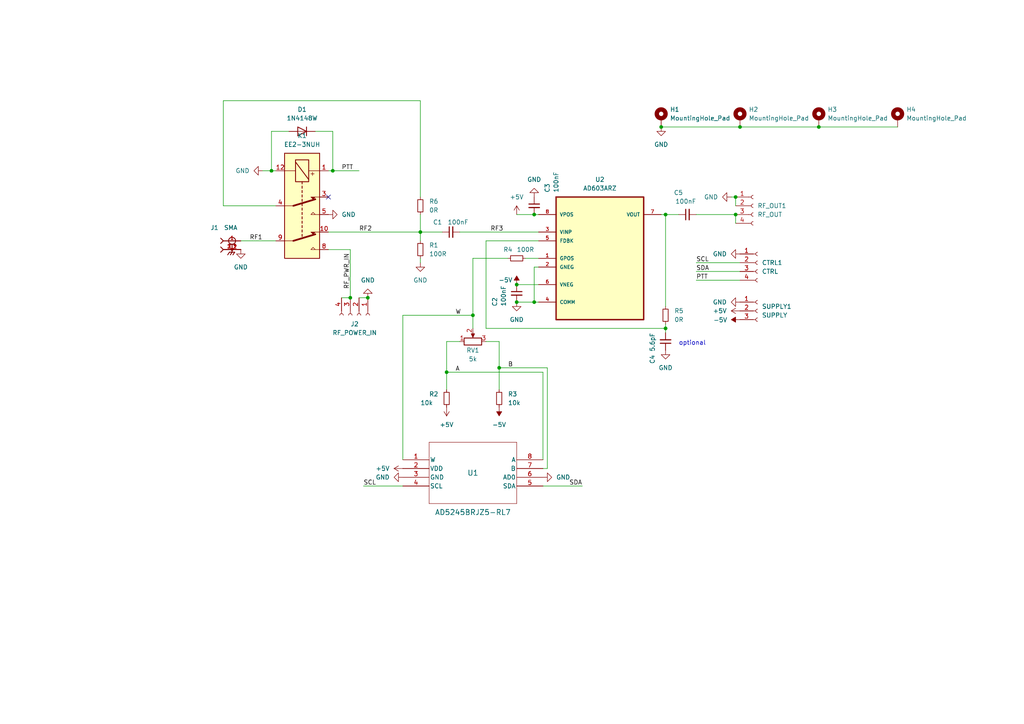
<source format=kicad_sch>
(kicad_sch (version 20231120) (generator "eeschema") (generator_version "8.0")
  (paper "A4")
  (title_block (title "PhasorRadio: Antenna Amp AD603") (date "2024-02-18") (rev "v1") (company "Stefan Meyre, HB9GZE"))
  (lib_symbols
    (symbol "Connector:Conn_01x03_Socket" (pin_names (offset 1.016) hide)
      (property "Reference" "J" (at 0 5.08 0))
      (property "Value" "Conn_01x03_Socket" (at 0 -5.08 0))
      (symbol "Conn_01x03_Socket_1_1"
        (arc (start 0 -2.032) (mid -0.5058 -2.54) (end 0 -3.048) (stroke (width 0.1524)))
        (polyline (pts (xy -1.27 -2.54) (xy -0.508 -2.54)) (stroke (width 0.1524)))
        (polyline (pts (xy -1.27 0) (xy -0.508 0)) (stroke (width 0.1524)))
        (polyline (pts (xy -1.27 2.54) (xy -0.508 2.54)) (stroke (width 0.1524)))
        (arc (start 0 0.508) (mid -0.5058 0) (end 0 -0.508) (stroke (width 0.1524)))
        (arc (start 0 3.048) (mid -0.5058 2.54) (end 0 2.032) (stroke (width 0.1524)))
        (pin passive line (at -5.08 2.54 0) (length 3.81) (name "Pin_1") (number "1"))
        (pin passive line (at -5.08 0 0) (length 3.81) (name "Pin_2") (number "2"))
        (pin passive line (at -5.08 -2.54 0) (length 3.81) (name "Pin_3") (number "3"))
      )
    )
    (symbol "Connector:Conn_01x04_Socket" (pin_names (offset 1.016) hide)
      (property "Reference" "J" (at 0 5.08 0))
      (property "Value" "Conn_01x04_Socket" (at 0 -7.62 0))
      (symbol "Conn_01x04_Socket_1_1"
        (arc (start 0 -4.572) (mid -0.5058 -5.08) (end 0 -5.588) (stroke (width 0.1524)))
        (arc (start 0 -2.032) (mid -0.5058 -2.54) (end 0 -3.048) (stroke (width 0.1524)))
        (polyline (pts (xy -1.27 -5.08) (xy -0.508 -5.08)) (stroke (width 0.1524)))
        (polyline (pts (xy -1.27 -2.54) (xy -0.508 -2.54)) (stroke (width 0.1524)))
        (polyline (pts (xy -1.27 0) (xy -0.508 0)) (stroke (width 0.1524)))
        (polyline (pts (xy -1.27 2.54) (xy -0.508 2.54)) (stroke (width 0.1524)))
        (arc (start 0 0.508) (mid -0.5058 0) (end 0 -0.508) (stroke (width 0.1524)))
        (arc (start 0 3.048) (mid -0.5058 2.54) (end 0 2.032) (stroke (width 0.1524)))
        (pin passive line (at -5.08 2.54 0) (length 3.81) (name "Pin_1") (number "1"))
        (pin passive line (at -5.08 0 0) (length 3.81) (name "Pin_2") (number "2"))
        (pin passive line (at -5.08 -2.54 0) (length 3.81) (name "Pin_3") (number "3"))
        (pin passive line (at -5.08 -5.08 0) (length 3.81) (name "Pin_4") (number "4"))
      )
    )
    (symbol "Device:C_Small" (pin_numbers hide) (pin_names (offset 0.254) hide)
      (property "Reference" "C" (at 0.254 1.778 0))
      (property "Value" "C_Small" (at 0.254 -2.032 0))
      (symbol "C_Small_0_1"
        (polyline (pts (xy -1.524 -0.508) (xy 1.524 -0.508)) (stroke (width 0.3302)))
        (polyline (pts (xy -1.524 0.508) (xy 1.524 0.508)) (stroke (width 0.3048)))
      )
      (symbol "C_Small_1_1"
        (pin passive line (at 0 2.54 270) (length 2.032) (name "~") (number "1"))
        (pin passive line (at 0 -2.54 90) (length 2.032) (name "~") (number "2"))
      )
    )
    (symbol "Device:R_Potentiometer" (pin_names (offset 1.016) hide)
      (property "Reference" "RV" (at -4.445 0 90))
      (property "Value" "R_Potentiometer" (at -2.54 0 90))
      (symbol "R_Potentiometer_0_1"
        (polyline (pts (xy 2.54 0) (xy 1.524 0)))
        (polyline (pts (xy 1.143 0) (xy 2.286 0.508) (xy 2.286 -0.508) (xy 1.143 0)) (fill (type outline)))
        (rectangle (start 1.016 2.54) (end -1.016 -2.54) (stroke (width 0.254)))
      )
      (symbol "R_Potentiometer_1_1"
        (pin passive line (at 0 3.81 270) (length 1.27) (name "1") (number "1"))
        (pin passive line (at 3.81 0 180) (length 1.27) (name "2") (number "2"))
        (pin passive line (at 0 -3.81 90) (length 1.27) (name "3") (number "3"))
      )
    )
    (symbol "Device:R_Small" (pin_numbers hide) (pin_names (offset 0.254) hide)
      (property "Reference" "R" (at 0.762 0.508 0))
      (property "Value" "R_Small" (at 0.762 -1.016 0))
      (symbol "R_Small_0_1"
        (rectangle (start -0.762 1.778) (end 0.762 -1.778) (stroke (width 0.2032)))
      )
      (symbol "R_Small_1_1"
        (pin passive line (at 0 2.54 270) (length 0.762) (name "~") (number "1"))
        (pin passive line (at 0 -2.54 90) (length 0.762) (name "~") (number "2"))
      )
    )
    (symbol "Diode:1N4148W" (pin_numbers hide) (pin_names hide)
      (property "Reference" "D" (at 0 2.54 0))
      (property "Value" "1N4148W" (at 0 -2.54 0))
      (symbol "1N4148W_0_1"
        (polyline (pts (xy -1.27 1.27) (xy -1.27 -1.27)) (stroke (width 0.254)))
        (polyline (pts (xy 1.27 0) (xy -1.27 0)))
        (polyline (pts (xy 1.27 1.27) (xy 1.27 -1.27) (xy -1.27 0) (xy 1.27 1.27)) (stroke (width 0.254)))
      )
      (symbol "1N4148W_1_1"
        (pin passive line (at -3.81 0 0) (length 2.54) (name "K") (number "1"))
        (pin passive line (at 3.81 0 180) (length 2.54) (name "A") (number "2"))
      )
    )
    (symbol "Mechanical:MountingHole_Pad" (pin_numbers hide) (pin_names (offset 1.016) hide)
      (property "Reference" "H" (at 0 6.35 0))
      (property "Value" "MountingHole_Pad" (at 0 4.445 0))
      (symbol "MountingHole_Pad_0_1"
        (circle (center 0 1.27) (radius 1.27) (stroke (width 1.27)))
      )
      (symbol "MountingHole_Pad_1_1"
        (pin input line (at 0 -2.54 90) (length 2.54) (name "1") (number "1"))
      )
    )
    (symbol "Private:AD5245BRJZ5-RL7" (pin_names (offset 0.254))
      (property "Reference" "U" (at 20.32 10.16 0))
      (property "Value" "AD5245BRJZ5-RL7" (at 20.32 7.62 0))
      (symbol "AD5245BRJZ5-RL7_0_1"
        (polyline (pts (xy 7.62 -12.7) (xy 33.02 -12.7)) (stroke (width 0.127)))
        (polyline (pts (xy 7.62 5.08) (xy 7.62 -12.7)) (stroke (width 0.127)))
        (polyline (pts (xy 33.02 -12.7) (xy 33.02 5.08)) (stroke (width 0.127)))
        (polyline (pts (xy 33.02 5.08) (xy 7.62 5.08)) (stroke (width 0.127)))
        (pin unspecified line (at 0 0 0) (length 7.62) (name "W") (number "1"))
        (pin power_in line (at 0 -2.54 0) (length 7.62) (name "VDD") (number "2"))
        (pin unspecified line (at 0 -5.08 0) (length 7.62) (name "GND") (number "3"))
        (pin unspecified line (at 0 -7.62 0) (length 7.62) (name "SCL") (number "4"))
        (pin unspecified line (at 40.64 -7.62 180) (length 7.62) (name "SDA") (number "5"))
        (pin unspecified line (at 40.64 -5.08 180) (length 7.62) (name "AD0") (number "6"))
        (pin unspecified line (at 40.64 -2.54 180) (length 7.62) (name "B") (number "7"))
        (pin unspecified line (at 40.64 0 180) (length 7.62) (name "A") (number "8"))
      )
    )
    (symbol "Private:AD603ARZ" (pin_names (offset 1.016))
      (property "Reference" "U" (at -5.5656 17.2052 0))
      (property "Value" "AD603ARZ" (at -7.3605 -23.9661 0))
      (symbol "AD603ARZ_0_0"
        (rectangle (start -12.7 -20.32) (end 12.7 15.24) (stroke (width 0.4064)) (fill (type background)))
        (pin input line (at -17.78 -2.54 0) (length 5.08) (name "GPOS") (number "1"))
        (pin input line (at -17.78 -5.08 0) (length 5.08) (name "GNEG") (number "2"))
        (pin input line (at -17.78 5.08 0) (length 5.08) (name "VINP") (number "3"))
        (pin passive line (at -17.78 -15.24 0) (length 5.08) (name "COMM") (number "4"))
        (pin bidirectional line (at -17.78 2.54 0) (length 5.08) (name "FDBK") (number "5"))
        (pin power_in line (at -17.78 -10.16 0) (length 5.08) (name "VNEG") (number "6"))
        (pin output line (at 17.78 10.16 180) (length 5.08) (name "VOUT") (number "7"))
        (pin power_in line (at -17.78 10.16 0) (length 5.08) (name "VPOS") (number "8"))
      )
    )
    (symbol "Private:SMA" (pin_names (offset 1.016))
      (property "Reference" "J" (at -3.81 4.064 0))
      (property "Value" "SMA" (at -2.0196 -4.0933 0))
      (symbol "SMA_0_0"
        (polyline (pts (xy -3.302 -0.762) (xy -2.54 0)) (stroke (width 0.254)))
        (polyline (pts (xy -3.302 0.762) (xy -2.54 0)) (stroke (width 0.254)))
        (polyline (pts (xy -3.302 1.778) (xy -2.54 2.54)) (stroke (width 0.254)))
        (polyline (pts (xy -3.302 3.302) (xy -2.54 2.54)) (stroke (width 0.254)))
        (polyline (pts (xy -2.54 0) (xy 0 0)) (stroke (width 0.254)))
        (polyline (pts (xy -2.54 2.54) (xy 2.54 2.54)) (stroke (width 0.254)))
        (polyline (pts (xy -1.016 1.524) (xy 0 1.524)) (stroke (width 0.254)))
        (polyline (pts (xy -0.762 -0.762) (xy -1.27 -1.524)) (stroke (width 0.254)))
        (polyline (pts (xy 0 -0.762) (xy -0.762 -0.762)) (stroke (width 0.254)))
        (polyline (pts (xy 0 -0.762) (xy -0.508 -1.524)) (stroke (width 0.254)))
        (polyline (pts (xy 0 -0.762) (xy 0.762 -0.762)) (stroke (width 0.254)))
        (polyline (pts (xy 0 0) (xy -2.286 0)) (stroke (width 0.254)))
        (polyline (pts (xy 0 0) (xy 0 -0.762)) (stroke (width 0.254)))
        (polyline (pts (xy 0 1.524) (xy 0 0)) (stroke (width 0.254)))
        (polyline (pts (xy 0 1.524) (xy 1.016 1.524)) (stroke (width 0.254)))
        (polyline (pts (xy 0.762 -0.762) (xy 0.254 -1.524)) (stroke (width 0.254)))
        (polyline (pts (xy 2.54 0) (xy 0 0)) (stroke (width 0.254)))
        (circle (center 0 0) (radius 0.254) (stroke (width 0.254)))
        (circle (center 0 2.54) (radius 1.016) (stroke (width 0.254)))
        (pin passive line (at 2.54 0 180) (length 5.08) (name "~") (number "2_2"))
        (pin passive line (at 2.54 0 180) (length 5.08) (name "~") (number "3_1"))
        (pin passive line (at 2.54 0 180) (length 5.08) (name "~") (number "3_2"))
      )
      (symbol "SMA_1_0"
        (pin passive line (at 2.54 2.54 180) (length 5.08) (name "~") (number "1"))
        (pin passive line (at 2.54 0 180) (length 5.08) (name "~") (number "2_1"))
      )
    )
    (symbol "Relay:EE2-3NUH"
      (property "Reference" "K" (at 15.24 8.89 0))
      (property "Value" "EE2-3NUH" (at 19.05 6.35 0))
      (symbol "EE2-3NUH_1_1"
        (rectangle (start -15.24 5.08) (end 15.24 -5.08) (stroke (width 0.254)) (fill (type background)))
        (rectangle (start -13.335 1.905) (end -6.985 -1.905) (stroke (width 0.254)))
        (polyline (pts (xy -12.7 -1.905) (xy -7.62 1.905)) (stroke (width 0.254)))
        (polyline (pts (xy -10.16 -5.08) (xy -10.16 -1.905)))
        (polyline (pts (xy -10.16 5.08) (xy -10.16 1.905)))
        (polyline (pts (xy -6.985 0) (xy -6.35 0)) (stroke (width 0.254)))
        (polyline (pts (xy -5.715 0) (xy -5.08 0)) (stroke (width 0.254)))
        (polyline (pts (xy -4.445 0) (xy -3.81 0)) (stroke (width 0.254)))
        (polyline (pts (xy -3.175 0) (xy -2.54 0)) (stroke (width 0.254)))
        (polyline (pts (xy -1.905 0) (xy -1.27 0)) (stroke (width 0.254)))
        (polyline (pts (xy -0.635 0) (xy 0 0)) (stroke (width 0.254)))
        (polyline (pts (xy 0 -2.54) (xy -1.905 3.81)) (stroke (width 0.508)))
        (polyline (pts (xy 0 -2.54) (xy 0 -5.08)))
        (polyline (pts (xy 0.635 0) (xy 1.27 0)) (stroke (width 0.254)))
        (polyline (pts (xy 1.905 0) (xy 2.54 0)) (stroke (width 0.254)))
        (polyline (pts (xy 3.175 0) (xy 3.81 0)) (stroke (width 0.254)))
        (polyline (pts (xy 4.445 0) (xy 5.08 0)) (stroke (width 0.254)))
        (polyline (pts (xy 5.715 0) (xy 6.35 0)) (stroke (width 0.254)))
        (polyline (pts (xy 6.985 0) (xy 7.62 0)) (stroke (width 0.254)))
        (polyline (pts (xy 8.255 0) (xy 8.89 0)) (stroke (width 0.254)))
        (polyline (pts (xy 10.16 -2.54) (xy 8.255 3.81)) (stroke (width 0.508)))
        (polyline (pts (xy 10.16 -2.54) (xy 10.16 -5.08)))
        (polyline (pts (xy -2.54 5.08) (xy -2.54 2.54) (xy -1.905 3.175) (xy -2.54 3.81)) (fill (type outline)))
        (polyline (pts (xy 2.54 5.08) (xy 2.54 2.54) (xy 1.905 3.175) (xy 2.54 3.81)))
        (polyline (pts (xy 7.62 5.08) (xy 7.62 2.54) (xy 8.255 3.175) (xy 7.62 3.81)) (fill (type outline)))
        (polyline (pts (xy 12.7 5.08) (xy 12.7 2.54) (xy 12.065 3.175) (xy 12.7 3.81)))
        (text "+" (at -9.271 2.921 0) (effects (font (size 1.27 1.27))))
        (pin passive line (at -10.16 7.62 270) (length 2.54) (name "~") (number "1"))
        (pin passive line (at 7.62 7.62 270) (length 2.54) (name "~") (number "10"))
        (pin passive line (at -10.16 -7.62 90) (length 2.54) (name "~") (number "12"))
        (pin passive line (at -2.54 7.62 270) (length 2.54) (name "~") (number "3"))
        (pin passive line (at 0 -7.62 90) (length 2.54) (name "~") (number "4"))
        (pin passive line (at 2.54 7.62 270) (length 2.54) (name "~") (number "5"))
        (pin passive line (at 12.7 7.62 270) (length 2.54) (name "~") (number "8"))
        (pin passive line (at 10.16 -7.62 90) (length 2.54) (name "~") (number "9"))
      )
    )
    (symbol "power:+5V" (power) (pin_names (offset 0))
      (property "Value" "+5V" (at 0 3.556 0))
      (symbol "+5V_0_1"
        (polyline (pts (xy -0.762 1.27) (xy 0 2.54)))
        (polyline (pts (xy 0 0) (xy 0 2.54)))
        (polyline (pts (xy 0 2.54) (xy 0.762 1.27)))
      )
      (symbol "+5V_1_1"
        (pin power_in line (at 0 0 90) (length 0) hide (name "+5V") (number "1"))
      )
    )
    (symbol "power:-5V" (power) (pin_names (offset 0))
      (property "Value" "-5V" (at 0 3.81 0))
      (symbol "-5V_0_0"
        (pin power_in line (at 0 0 90) (length 0) hide (name "-5V") (number "1"))
      )
      (symbol "-5V_0_1"
        (polyline (pts (xy 0 0) (xy 0 1.27) (xy 0.762 1.27) (xy 0 2.54) (xy -0.762 1.27) (xy 0 1.27)) (fill (type outline)))
      )
    )
    (symbol "power:GND" (power) (pin_names (offset 0))
      (property "Value" "GND" (at 0 -3.81 0))
      (symbol "GND_0_1"
        (polyline (pts (xy 0 0) (xy 0 -1.27) (xy 1.27 -1.27) (xy 0 -2.54) (xy -1.27 -1.27) (xy 0 -1.27)))
      )
      (symbol "GND_1_1"
        (pin power_in line (at 0 0 270) (length 0) hide (name "GND") (number "1"))
      )
    )
  )
  (junction (at 154.94 62.23))
  (junction (at 144.78 106.68))
  (junction (at 129.54 107.95))
  (junction (at 121.92 67.31))
  (junction (at 191.77 36.83))
  (junction (at 149.86 87.63))
  (junction (at 101.6 86.36))
  (junction (at 78.74 49.53))
  (junction (at 193.04 95.25))
  (junction (at 193.04 62.23))
  (junction (at 213.36 57.15))
  (junction (at 237.49 36.83))
  (junction (at 214.63 36.83))
  (junction (at 106.68 86.36))
  (junction (at 137.16 91.44))
  (junction (at 213.36 62.23))
  (junction (at 154.94 87.63))
  (junction (at 96.52 49.53))
  (junction (at 149.86 82.55))
  (no_connect (at 95.25 57.15))
  (wire (pts (xy 201.93 62.23) (xy 213.36 62.23)))
  (wire (pts (xy 201.93 76.2) (xy 214.63 76.2)))
  (wire (pts (xy 91.44 38.1) (xy 96.52 38.1)))
  (wire (pts (xy 96.52 38.1) (xy 96.52 49.53)))
  (wire (pts (xy 83.82 38.1) (xy 78.74 38.1)))
  (wire (pts (xy 201.93 78.74) (xy 214.63 78.74)))
  (wire (pts (xy 214.63 36.83) (xy 237.49 36.83)))
  (wire (pts (xy 157.48 140.97) (xy 168.91 140.97)))
  (wire (pts (xy 191.77 36.83) (xy 214.63 36.83)))
  (wire (pts (xy 193.04 93.98) (xy 193.04 95.25)))
  (wire (pts (xy 237.49 36.83) (xy 260.35 36.83)))
  (wire (pts (xy 78.74 38.1) (xy 78.74 49.53)))
  (wire (pts (xy 121.92 62.23) (xy 121.92 67.31)))
  (wire (pts (xy 116.84 91.44) (xy 116.84 133.35)))
  (wire (pts (xy 149.86 62.23) (xy 154.94 62.23)))
  (wire (pts (xy 137.16 74.93) (xy 147.32 74.93)))
  (wire (pts (xy 64.77 59.69) (xy 64.77 29.21)))
  (wire (pts (xy 64.77 29.21) (xy 121.92 29.21)))
  (wire (pts (xy 156.21 77.47) (xy 154.94 77.47)))
  (wire (pts (xy 201.93 81.28) (xy 214.63 81.28)))
  (wire (pts (xy 129.54 99.06) (xy 129.54 107.95)))
  (wire (pts (xy 121.92 74.93) (xy 121.92 76.2)))
  (wire (pts (xy 140.97 69.85) (xy 140.97 95.25)))
  (wire (pts (xy 129.54 107.95) (xy 157.48 107.95)))
  (wire (pts (xy 95.25 67.31) (xy 121.92 67.31)))
  (wire (pts (xy 80.01 59.69) (xy 64.77 59.69)))
  (wire (pts (xy 144.78 106.68) (xy 144.78 113.03)))
  (wire (pts (xy 158.75 135.89) (xy 158.75 106.68)))
  (wire (pts (xy 133.35 67.31) (xy 156.21 67.31)))
  (wire (pts (xy 137.16 91.44) (xy 116.84 91.44)))
  (wire (pts (xy 144.78 99.06) (xy 144.78 106.68)))
  (wire (pts (xy 121.92 67.31) (xy 128.27 67.31)))
  (wire (pts (xy 213.36 62.23) (xy 213.36 64.77)))
  (wire (pts (xy 156.21 69.85) (xy 140.97 69.85)))
  (wire (pts (xy 96.52 49.53) (xy 104.14 49.53)))
  (wire (pts (xy 154.94 87.63) (xy 156.21 87.63)))
  (wire (pts (xy 154.94 62.23) (xy 156.21 62.23)))
  (wire (pts (xy 137.16 95.25) (xy 137.16 91.44)))
  (wire (pts (xy 196.85 62.23) (xy 193.04 62.23)))
  (wire (pts (xy 95.25 72.39) (xy 101.6 72.39)))
  (wire (pts (xy 157.48 135.89) (xy 158.75 135.89)))
  (wire (pts (xy 212.09 57.15) (xy 213.36 57.15)))
  (wire (pts (xy 121.92 29.21) (xy 121.92 57.15)))
  (wire (pts (xy 129.54 107.95) (xy 129.54 113.03)))
  (wire (pts (xy 149.86 82.55) (xy 156.21 82.55)))
  (wire (pts (xy 152.4 74.93) (xy 156.21 74.93)))
  (wire (pts (xy 76.2 49.53) (xy 78.74 49.53)))
  (wire (pts (xy 193.04 62.23) (xy 193.04 88.9)))
  (wire (pts (xy 140.97 95.25) (xy 193.04 95.25)))
  (wire (pts (xy 101.6 72.39) (xy 101.6 86.36)))
  (wire (pts (xy 104.14 86.36) (xy 106.68 86.36)))
  (wire (pts (xy 149.86 87.63) (xy 154.94 87.63)))
  (wire (pts (xy 193.04 95.25) (xy 193.04 96.52)))
  (wire (pts (xy 144.78 106.68) (xy 158.75 106.68)))
  (wire (pts (xy 137.16 91.44) (xy 137.16 74.93)))
  (wire (pts (xy 69.85 69.85) (xy 80.01 69.85)))
  (wire (pts (xy 78.74 49.53) (xy 80.01 49.53)))
  (wire (pts (xy 213.36 57.15) (xy 213.36 59.69)))
  (wire (pts (xy 140.97 99.06) (xy 144.78 99.06)))
  (wire (pts (xy 121.92 67.31) (xy 121.92 69.85)))
  (wire (pts (xy 105.41 140.97) (xy 116.84 140.97)))
  (wire (pts (xy 193.04 62.23) (xy 191.77 62.23)))
  (wire (pts (xy 154.94 77.47) (xy 154.94 87.63)))
  (wire (pts (xy 157.48 107.95) (xy 157.48 133.35)))
  (wire (pts (xy 99.06 86.36) (xy 101.6 86.36)))
  (wire (pts (xy 95.25 49.53) (xy 96.52 49.53)))
  (wire (pts (xy 133.35 99.06) (xy 129.54 99.06)))
  (text "optional" (at 196.85 100.33 0) (effects (font (size 1.27 1.27)) (justify left bottom)))
  (label "SDA" (at 165.1 140.97 0))
  (label "B" (at 147.32 106.68 0))
  (label "RF3" (at 142.24 67.31 0))
  (label "RF_PWR_IN" (at 101.6 83.82 90))
  (label "PTT" (at 99.06 49.53 0))
  (label "PTT" (at 201.93 81.28 0))
  (label "SDA" (at 201.93 78.74 0))
  (label "RF1" (at 72.39 69.85 0))
  (label "SCL" (at 105.41 140.97 0))
  (label "W" (at 132.08 91.44 0))
  (label "SCL" (at 201.93 76.2 0))
  (label "A" (at 132.08 107.95 0))
  (label "RF2" (at 104.14 67.31 0))
  (symbol (lib_id "power:GND") (at 212.09 57.15 270) (unit 1)
    (property "Reference" "#PWR015" (effects (hide yes)))
    (property "Value" "GND" (at 208.28 57.15 90) (effects (justify right)))
  )
  (symbol (lib_id "Device:C_Small") (at 154.94 59.69 0) (unit 1)
    (property "Reference" "C3" (at 158.75 55.88 90) (effects (justify left)))
    (property "Value" "100nF" (at 161.29 55.88 90) (effects (justify left)))
    (property "Footprint" "Capacitor_SMD:C_0805_2012Metric_Pad1.18x1.45mm_HandSolder" (effects (hide yes)))
  )
  (symbol (lib_id "Device:C_Small") (at 130.81 67.31 90) (unit 1)
    (property "Reference" "C1" (at 128.2684 64.4496 90) (effects (justify left)))
    (property "Value" "100nF" (at 135.8884 64.4496 90) (effects (justify left)))
    (property "Footprint" "Capacitor_SMD:C_0805_2012Metric_Pad1.18x1.45mm_HandSolder" (effects (hide yes)))
  )
  (symbol (lib_id "Private:AD5245BRJZ5-RL7") (at 116.84 133.35 0) (unit 1)
    (property "Reference" "U1" (at 137.16 137.16 0) (effects (font (size 1.524 1.524))))
    (property "Value" "AD5245BRJZ5-RL7" (at 137.16 148.59 0) (effects (font (size 1.524 1.524))))
    (property "Footprint" "Private:AD5245" (effects (hide yes)))
  )
  (symbol (lib_id "Device:R_Small") (at 149.86 74.93 90) (unit 1)
    (property "Reference" "R4" (at 147.32 72.39 90))
    (property "Value" "100R" (at 152.4 72.39 90))
    (property "Footprint" "Resistor_SMD:R_0805_2012Metric_Pad1.20x1.40mm_HandSolder" (effects (hide yes)))
  )
  (symbol (lib_id "Mechanical:MountingHole_Pad") (at 237.49 34.29 0) (unit 1)
    (property "Reference" "H3" (at 240.03 31.75 0) (effects (justify left)))
    (property "Value" "MountingHole_Pad" (at 240.03 34.29 0) (effects (justify left)))
    (property "Footprint" "MountingHole:MountingHole_2.5mm_Pad_TopBottom" (effects (hide yes)))
  )
  (symbol (lib_id "power:GND") (at 121.92 76.2 0) (unit 1)
    (property "Reference" "#PWR06" (effects (hide yes)))
    (property "Value" "GND" (at 121.92 81.28 0))
  )
  (symbol (lib_id "power:GND") (at 106.68 86.36 180) (unit 1)
    (property "Reference" "#PWR03" (effects (hide yes)))
    (property "Value" "GND" (at 106.68 81.28 0))
  )
  (symbol (lib_id "power:GND") (at 214.63 87.63 270) (unit 1)
    (property "Reference" "#PWR017" (effects (hide yes)))
    (property "Value" "GND" (at 210.82 87.63 90) (effects (justify right)))
  )
  (symbol (lib_id "Device:R_Small") (at 129.54 115.57 180) (unit 1)
    (property "Reference" "R2" (at 124.46 114.3 0) (effects (justify right)))
    (property "Value" "10k" (at 121.92 116.84 0) (effects (justify right)))
    (property "Footprint" "Resistor_SMD:R_0805_2012Metric_Pad1.20x1.40mm_HandSolder" (effects (hide yes)))
  )
  (symbol (lib_id "Device:R_Small") (at 121.92 59.69 180) (unit 1)
    (property "Reference" "R6" (at 124.46 58.42 0) (effects (justify right)))
    (property "Value" "0R" (at 124.46 60.96 0) (effects (justify right)))
    (property "Footprint" "Resistor_SMD:R_0805_2012Metric_Pad1.20x1.40mm_HandSolder" (effects (hide yes)))
  )
  (symbol (lib_id "power:GND") (at 95.25 62.23 90) (unit 1)
    (property "Reference" "#PWR016" (effects (hide yes)))
    (property "Value" "GND" (at 99.06 62.23 90) (effects (justify right)))
  )
  (symbol (lib_id "Connector:Conn_01x04_Socket") (at 104.14 91.44 270) (unit 1)
    (property "Reference" "J2" (at 102.87 93.98 90))
    (property "Value" "RF_POWER_IN" (at 102.87 96.52 90))
    (property "Footprint" "Connector_JST:JST_EH_B4B-EH-A_1x04_P2.50mm_Vertical" (effects (hide yes)))
  )
  (symbol (lib_id "power:GND") (at 76.2 49.53 270) (unit 1)
    (property "Reference" "#PWR02" (effects (hide yes)))
    (property "Value" "GND" (at 72.39 49.53 90) (effects (justify right)))
  )
  (symbol (lib_id "Connector:Conn_01x04_Socket") (at 218.44 59.69 0) (unit 1)
    (property "Reference" "RF_OUT1" (at 219.71 59.69 0) (effects (justify left)))
    (property "Value" "RF_OUT" (at 219.71 62.23 0) (effects (justify left)))
    (property "Footprint" "Connector_JST:JST_EH_B4B-EH-A_1x04_P2.50mm_Vertical" (effects (hide yes)))
  )
  (symbol (lib_id "power:GND") (at 69.85 72.39 0) (unit 1)
    (property "Reference" "#PWR01" (effects (hide yes)))
    (property "Value" "GND" (at 69.85 77.47 0))
  )
  (symbol (lib_id "Device:C_Small") (at 149.86 85.09 0) (unit 1)
    (property "Reference" "C2" (at 143.51 88.9 90) (effects (justify left)))
    (property "Value" "100nF" (at 146.05 88.9 90) (effects (justify left)))
    (property "Footprint" "Capacitor_SMD:C_0805_2012Metric_Pad1.18x1.45mm_HandSolder" (effects (hide yes)))
  )
  (symbol (lib_id "Connector:Conn_01x03_Socket") (at 219.71 90.17 0) (unit 1)
    (property "Reference" "SUPPLY1" (at 220.98 88.9 0) (effects (justify left)))
    (property "Value" "SUPPLY" (at 220.98 91.44 0) (effects (justify left)))
    (property "Footprint" "Connector_JST:JST_EH_B3B-EH-A_1x03_P2.50mm_Vertical" (effects (hide yes)))
  )
  (symbol (lib_id "Connector:Conn_01x04_Socket") (at 219.71 76.2 0) (unit 1)
    (property "Reference" "CTRL1" (at 220.98 76.2 0) (effects (justify left)))
    (property "Value" "CTRL" (at 220.98 78.74 0) (effects (justify left)))
    (property "Footprint" "Connector_JST:JST_EH_B4B-EH-A_1x04_P2.50mm_Vertical" (effects (hide yes)))
  )
  (symbol (lib_id "Device:C_Small") (at 199.39 62.23 90) (unit 1)
    (property "Reference" "C5" (at 198.12 55.88 90) (effects (justify left)))
    (property "Value" "100nF" (at 201.93 58.42 90) (effects (justify left)))
    (property "Footprint" "Capacitor_SMD:C_0805_2012Metric_Pad1.18x1.45mm_HandSolder" (effects (hide yes)))
  )
  (symbol (lib_id "Mechanical:MountingHole_Pad") (at 260.35 34.29 0) (unit 1)
    (property "Reference" "H4" (at 262.89 31.75 0) (effects (justify left)))
    (property "Value" "MountingHole_Pad" (at 262.89 34.29 0) (effects (justify left)))
    (property "Footprint" "MountingHole:MountingHole_2.5mm_Pad_TopBottom" (effects (hide yes)))
  )
  (symbol (lib_id "Device:R_Small") (at 121.92 72.39 0) (unit 1)
    (property "Reference" "R1" (at 124.46 71.12 0) (effects (justify left)))
    (property "Value" "100R" (at 124.46 73.66 0) (effects (justify left)))
    (property "Footprint" "Resistor_SMD:R_0805_2012Metric_Pad1.20x1.40mm_HandSolder" (effects (hide yes)))
  )
  (symbol (lib_id "power:GND") (at 154.94 57.15 180) (unit 1)
    (property "Reference" "#PWR012" (effects (hide yes)))
    (property "Value" "GND" (at 154.94 52.07 0))
  )
  (symbol (lib_id "power:+5V") (at 214.63 90.17 90) (unit 1)
    (property "Reference" "#PWR018" (effects (hide yes)))
    (property "Value" "+5V" (at 210.82 90.17 90) (effects (justify left)))
  )
  (symbol (lib_id "power:GND") (at 157.48 138.43 90) (unit 1)
    (property "Reference" "#PWR013" (effects (hide yes)))
    (property "Value" "GND" (at 161.29 138.43 90) (effects (justify right)))
  )
  (symbol (lib_id "Device:C_Small") (at 193.04 99.06 180) (unit 1)
    (property "Reference" "C4" (at 189.23 102.87 90) (effects (justify left)))
    (property "Value" "5.6pF" (at 189.23 96.52 90) (effects (justify left)))
    (property "Footprint" "Capacitor_SMD:C_0805_2012Metric_Pad1.18x1.45mm_HandSolder" (effects (hide yes)))
  )
  (symbol (lib_id "Mechanical:MountingHole_Pad") (at 191.77 34.29 0) (unit 1)
    (property "Reference" "H1" (at 194.31 31.75 0) (effects (justify left)))
    (property "Value" "MountingHole_Pad" (at 194.31 34.29 0) (effects (justify left)))
    (property "Footprint" "MountingHole:MountingHole_2.5mm_Pad_TopBottom" (effects (hide yes)))
  )
  (symbol (lib_id "Private:SMA") (at 67.31 72.39 0) (unit 1)
    (property "Reference" "J1" (at 62.23 66.04 0))
    (property "Value" "SMA" (at 66.929 66.04 0))
    (property "Footprint" "Private:SAMTEC_SMA-J-P-H-ST-EM1" (effects (hide yes)))
  )
  (symbol (lib_id "power:GND") (at 193.04 101.6 0) (unit 1)
    (property "Reference" "#PWR014" (effects (hide yes)))
    (property "Value" "GND" (at 193.04 106.68 0))
  )
  (symbol (lib_id "power:+5V") (at 116.84 135.89 90) (unit 1)
    (property "Reference" "#PWR04" (effects (hide yes)))
    (property "Value" "+5V" (at 113.03 135.89 90) (effects (justify left)))
  )
  (symbol (lib_id "power:+5V") (at 149.86 62.23 0) (unit 1)
    (property "Reference" "#PWR09" (effects (hide yes)))
    (property "Value" "+5V" (at 149.86 57.15 0))
  )
  (symbol (lib_id "power:+5V") (at 129.54 118.11 180) (unit 1)
    (property "Reference" "#PWR07" (effects (hide yes)))
    (property "Value" "+5V" (at 129.54 123.19 0))
  )
  (symbol (lib_id "power:GND") (at 214.63 73.66 270) (unit 1)
    (property "Reference" "#PWR020" (effects (hide yes)))
    (property "Value" "GND" (at 210.82 73.66 90) (effects (justify right)))
  )
  (symbol (lib_id "Device:R_Small") (at 193.04 91.44 180) (unit 1)
    (property "Reference" "R5" (at 195.58 90.17 0) (effects (justify right)))
    (property "Value" "0R" (at 195.58 92.71 0) (effects (justify right)))
    (property "Footprint" "Resistor_SMD:R_0805_2012Metric_Pad1.20x1.40mm_HandSolder" (effects (hide yes)))
  )
  (symbol (lib_id "Private:AD603ARZ") (at 173.99 72.39 0) (unit 1)
    (property "Reference" "U2" (at 173.99 52.07 0))
    (property "Value" "AD603ARZ" (at 173.99 54.61 0))
    (property "Footprint" "Private:AD603" (effects (hide yes)))
  )
  (symbol (lib_id "Device:R_Small") (at 144.78 115.57 180) (unit 1)
    (property "Reference" "R3" (at 147.32 114.3 0) (effects (justify right)))
    (property "Value" "10k" (at 147.32 116.84 0) (effects (justify right)))
    (property "Footprint" "Resistor_SMD:R_0805_2012Metric_Pad1.20x1.40mm_HandSolder" (effects (hide yes)))
  )
  (symbol (lib_id "power:GND") (at 116.84 138.43 270) (unit 1)
    (property "Reference" "#PWR05" (effects (hide yes)))
    (property "Value" "GND" (at 113.03 138.43 90) (effects (justify right)))
  )
  (symbol (lib_id "power:GND") (at 191.77 36.83 0) (unit 1)
    (property "Reference" "#PWR021" (effects (hide yes)))
    (property "Value" "GND" (at 191.77 41.91 0))
  )
  (symbol (lib_id "Relay:EE2-3NUH") (at 87.63 59.69 270) (unit 1)
    (property "Reference" "K1" (at 87.63 39.37 90))
    (property "Value" "EE2-3NUH" (at 87.63 41.91 90))
    (property "Footprint" "Relay_SMD:Relay_DPDT_Kemet_EE2_NUH" (effects (hide yes)))
    (property "Datasheet" "https://content.kemet.com/datasheets/KEM_R7002_EC2_EE2.pdf" (effects (hide yes)))
  )
  (symbol (lib_id "Mechanical:MountingHole_Pad") (at 214.63 34.29 0) (unit 1)
    (property "Reference" "H2" (at 217.17 31.75 0) (effects (justify left)))
    (property "Value" "MountingHole_Pad" (at 217.17 34.29 0) (effects (justify left)))
    (property "Footprint" "MountingHole:MountingHole_2.5mm_Pad_TopBottom" (effects (hide yes)))
  )
  (symbol (lib_id "power:-5V") (at 149.86 82.55 0) (unit 1)
    (property "Reference" "#PWR010" (effects (hide yes)))
    (property "Value" "-5V" (at 146.6258 81.2191 0))
  )
  (symbol (lib_id "Device:R_Potentiometer") (at 137.16 99.06 90) (unit 1)
    (property "Reference" "RV1" (at 137.16 101.6 90))
    (property "Value" "5k" (at 137.16 104.14 90))
    (property "Footprint" "Potentiometer_THT:Potentiometer_Bourns_3386P_Vertical" (effects (hide yes)))
  )
  (symbol (lib_id "power:-5V") (at 214.63 92.71 90) (unit 1)
    (property "Reference" "#PWR019" (effects (hide yes)))
    (property "Value" "-5V" (at 208.9158 92.802 90))
  )
  (symbol (lib_id "power:GND") (at 149.86 87.63 0) (unit 1)
    (property "Reference" "#PWR011" (effects (hide yes)))
    (property "Value" "GND" (at 149.86 92.71 0))
  )
  (symbol (lib_id "Diode:1N4148W") (at 87.63 38.1 180) (unit 1)
    (property "Reference" "D1" (at 87.63 31.75 0))
    (property "Value" "1N4148W" (at 87.63 34.29 0))
    (property "Footprint" "Diode_SMD:D_SOD-123" (effects (hide yes)))
    (property "Datasheet" "https://www.vishay.com/docs/85748/1n4148w.pdf" (effects (hide yes)))
    (property "Sim.Device" "D" (effects (hide yes)))
    (property "Sim.Pins" "1=K 2=A" (effects (hide yes)))
  )
  (symbol (lib_id "power:-5V") (at 144.78 118.11 180) (unit 1)
    (property "Reference" "#PWR08" (effects (hide yes)))
    (property "Value" "-5V" (at 144.78 123.19 0))
  )
)
</source>
